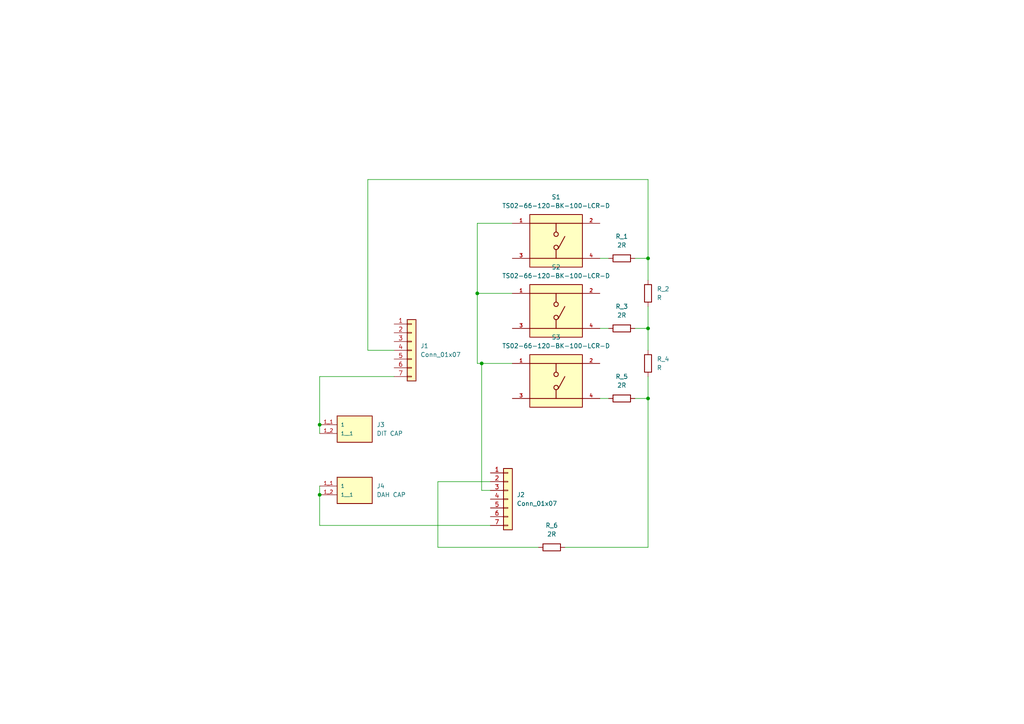
<source format=kicad_sch>
(kicad_sch
	(version 20250114)
	(generator "eeschema")
	(generator_version "9.0")
	(uuid "decf0bcb-eaed-4f1b-b0b0-c8366de8524d")
	(paper "A4")
	(lib_symbols
		(symbol "7837:7837"
			(pin_names
				(offset 1.016)
			)
			(exclude_from_sim no)
			(in_bom yes)
			(on_board yes)
			(property "Reference" "J"
				(at -5.08 3.302 0)
				(effects
					(font
						(size 1.27 1.27)
					)
					(justify left bottom)
				)
			)
			(property "Value" "7837"
				(at -5.08 -7.62 0)
				(effects
					(font
						(size 1.27 1.27)
					)
					(justify left bottom)
				)
			)
			(property "Footprint" "7837:KEYSTONE_7837"
				(at 0 0 0)
				(effects
					(font
						(size 1.27 1.27)
					)
					(justify bottom)
					(hide yes)
				)
			)
			(property "Datasheet" ""
				(at 0 0 0)
				(effects
					(font
						(size 1.27 1.27)
					)
					(hide yes)
				)
			)
			(property "Description" ""
				(at 0 0 0)
				(effects
					(font
						(size 1.27 1.27)
					)
					(hide yes)
				)
			)
			(property "PARTREV" "3.14.19"
				(at 0 0 0)
				(effects
					(font
						(size 1.27 1.27)
					)
					(justify bottom)
					(hide yes)
				)
			)
			(property "MANUFACTURER" "Keystone Electronics"
				(at 0 0 0)
				(effects
					(font
						(size 1.27 1.27)
					)
					(justify bottom)
					(hide yes)
				)
			)
			(property "MAXIMUM_PACKAGE_HEIGHT" "10.7 mm"
				(at 0 0 0)
				(effects
					(font
						(size 1.27 1.27)
					)
					(justify bottom)
					(hide yes)
				)
			)
			(property "STANDARD" "Manufacturer Recommendations"
				(at 0 0 0)
				(effects
					(font
						(size 1.27 1.27)
					)
					(justify bottom)
					(hide yes)
				)
			)
			(symbol "7837_0_0"
				(rectangle
					(start -5.08 -5.08)
					(end 5.08 2.54)
					(stroke
						(width 0.254)
						(type default)
					)
					(fill
						(type background)
					)
				)
				(pin passive line
					(at -10.16 0 0)
					(length 5.08)
					(name "1"
						(effects
							(font
								(size 1.016 1.016)
							)
						)
					)
					(number "1_1"
						(effects
							(font
								(size 1.016 1.016)
							)
						)
					)
				)
				(pin passive line
					(at -10.16 -2.54 0)
					(length 5.08)
					(name "1__1"
						(effects
							(font
								(size 1.016 1.016)
							)
						)
					)
					(number "1_2"
						(effects
							(font
								(size 1.016 1.016)
							)
						)
					)
				)
			)
			(embedded_fonts no)
		)
		(symbol "Connector_Generic:Conn_01x07"
			(pin_names
				(offset 1.016)
				(hide yes)
			)
			(exclude_from_sim no)
			(in_bom yes)
			(on_board yes)
			(property "Reference" "J"
				(at 0 10.16 0)
				(effects
					(font
						(size 1.27 1.27)
					)
				)
			)
			(property "Value" "Conn_01x07"
				(at 0 -10.16 0)
				(effects
					(font
						(size 1.27 1.27)
					)
				)
			)
			(property "Footprint" ""
				(at 0 0 0)
				(effects
					(font
						(size 1.27 1.27)
					)
					(hide yes)
				)
			)
			(property "Datasheet" "~"
				(at 0 0 0)
				(effects
					(font
						(size 1.27 1.27)
					)
					(hide yes)
				)
			)
			(property "Description" "Generic connector, single row, 01x07, script generated (kicad-library-utils/schlib/autogen/connector/)"
				(at 0 0 0)
				(effects
					(font
						(size 1.27 1.27)
					)
					(hide yes)
				)
			)
			(property "ki_keywords" "connector"
				(at 0 0 0)
				(effects
					(font
						(size 1.27 1.27)
					)
					(hide yes)
				)
			)
			(property "ki_fp_filters" "Connector*:*_1x??_*"
				(at 0 0 0)
				(effects
					(font
						(size 1.27 1.27)
					)
					(hide yes)
				)
			)
			(symbol "Conn_01x07_1_1"
				(rectangle
					(start -1.27 8.89)
					(end 1.27 -8.89)
					(stroke
						(width 0.254)
						(type default)
					)
					(fill
						(type background)
					)
				)
				(rectangle
					(start -1.27 7.747)
					(end 0 7.493)
					(stroke
						(width 0.1524)
						(type default)
					)
					(fill
						(type none)
					)
				)
				(rectangle
					(start -1.27 5.207)
					(end 0 4.953)
					(stroke
						(width 0.1524)
						(type default)
					)
					(fill
						(type none)
					)
				)
				(rectangle
					(start -1.27 2.667)
					(end 0 2.413)
					(stroke
						(width 0.1524)
						(type default)
					)
					(fill
						(type none)
					)
				)
				(rectangle
					(start -1.27 0.127)
					(end 0 -0.127)
					(stroke
						(width 0.1524)
						(type default)
					)
					(fill
						(type none)
					)
				)
				(rectangle
					(start -1.27 -2.413)
					(end 0 -2.667)
					(stroke
						(width 0.1524)
						(type default)
					)
					(fill
						(type none)
					)
				)
				(rectangle
					(start -1.27 -4.953)
					(end 0 -5.207)
					(stroke
						(width 0.1524)
						(type default)
					)
					(fill
						(type none)
					)
				)
				(rectangle
					(start -1.27 -7.493)
					(end 0 -7.747)
					(stroke
						(width 0.1524)
						(type default)
					)
					(fill
						(type none)
					)
				)
				(pin passive line
					(at -5.08 7.62 0)
					(length 3.81)
					(name "Pin_1"
						(effects
							(font
								(size 1.27 1.27)
							)
						)
					)
					(number "1"
						(effects
							(font
								(size 1.27 1.27)
							)
						)
					)
				)
				(pin passive line
					(at -5.08 5.08 0)
					(length 3.81)
					(name "Pin_2"
						(effects
							(font
								(size 1.27 1.27)
							)
						)
					)
					(number "2"
						(effects
							(font
								(size 1.27 1.27)
							)
						)
					)
				)
				(pin passive line
					(at -5.08 2.54 0)
					(length 3.81)
					(name "Pin_3"
						(effects
							(font
								(size 1.27 1.27)
							)
						)
					)
					(number "3"
						(effects
							(font
								(size 1.27 1.27)
							)
						)
					)
				)
				(pin passive line
					(at -5.08 0 0)
					(length 3.81)
					(name "Pin_4"
						(effects
							(font
								(size 1.27 1.27)
							)
						)
					)
					(number "4"
						(effects
							(font
								(size 1.27 1.27)
							)
						)
					)
				)
				(pin passive line
					(at -5.08 -2.54 0)
					(length 3.81)
					(name "Pin_5"
						(effects
							(font
								(size 1.27 1.27)
							)
						)
					)
					(number "5"
						(effects
							(font
								(size 1.27 1.27)
							)
						)
					)
				)
				(pin passive line
					(at -5.08 -5.08 0)
					(length 3.81)
					(name "Pin_6"
						(effects
							(font
								(size 1.27 1.27)
							)
						)
					)
					(number "6"
						(effects
							(font
								(size 1.27 1.27)
							)
						)
					)
				)
				(pin passive line
					(at -5.08 -7.62 0)
					(length 3.81)
					(name "Pin_7"
						(effects
							(font
								(size 1.27 1.27)
							)
						)
					)
					(number "7"
						(effects
							(font
								(size 1.27 1.27)
							)
						)
					)
				)
			)
			(embedded_fonts no)
		)
		(symbol "Device:R"
			(pin_numbers
				(hide yes)
			)
			(pin_names
				(offset 0)
			)
			(exclude_from_sim no)
			(in_bom yes)
			(on_board yes)
			(property "Reference" "R"
				(at 2.032 0 90)
				(effects
					(font
						(size 1.27 1.27)
					)
				)
			)
			(property "Value" "R"
				(at 0 0 90)
				(effects
					(font
						(size 1.27 1.27)
					)
				)
			)
			(property "Footprint" ""
				(at -1.778 0 90)
				(effects
					(font
						(size 1.27 1.27)
					)
					(hide yes)
				)
			)
			(property "Datasheet" "~"
				(at 0 0 0)
				(effects
					(font
						(size 1.27 1.27)
					)
					(hide yes)
				)
			)
			(property "Description" "Resistor"
				(at 0 0 0)
				(effects
					(font
						(size 1.27 1.27)
					)
					(hide yes)
				)
			)
			(property "ki_keywords" "R res resistor"
				(at 0 0 0)
				(effects
					(font
						(size 1.27 1.27)
					)
					(hide yes)
				)
			)
			(property "ki_fp_filters" "R_*"
				(at 0 0 0)
				(effects
					(font
						(size 1.27 1.27)
					)
					(hide yes)
				)
			)
			(symbol "R_0_1"
				(rectangle
					(start -1.016 -2.54)
					(end 1.016 2.54)
					(stroke
						(width 0.254)
						(type default)
					)
					(fill
						(type none)
					)
				)
			)
			(symbol "R_1_1"
				(pin passive line
					(at 0 3.81 270)
					(length 1.27)
					(name "~"
						(effects
							(font
								(size 1.27 1.27)
							)
						)
					)
					(number "1"
						(effects
							(font
								(size 1.27 1.27)
							)
						)
					)
				)
				(pin passive line
					(at 0 -3.81 90)
					(length 1.27)
					(name "~"
						(effects
							(font
								(size 1.27 1.27)
							)
						)
					)
					(number "2"
						(effects
							(font
								(size 1.27 1.27)
							)
						)
					)
				)
			)
			(embedded_fonts no)
		)
		(symbol "TS02-66-120-BK-100-LCR-D:TS02-66-120-BK-100-LCR-D"
			(pin_names
				(offset 1.016)
			)
			(exclude_from_sim no)
			(in_bom yes)
			(on_board yes)
			(property "Reference" "S"
				(at -7.62 8.382 0)
				(effects
					(font
						(size 1.27 1.27)
					)
					(justify left bottom)
				)
			)
			(property "Value" "TS02-66-120-BK-100-LCR-D"
				(at -7.62 -8.382 0)
				(effects
					(font
						(size 1.27 1.27)
					)
					(justify left top)
				)
			)
			(property "Footprint" "TS02-66-120-BK-100-LCR-D:SW_TS02-66-120-BK-100-LCR-D"
				(at 0 0 0)
				(effects
					(font
						(size 1.27 1.27)
					)
					(justify bottom)
					(hide yes)
				)
			)
			(property "Datasheet" ""
				(at 0 0 0)
				(effects
					(font
						(size 1.27 1.27)
					)
					(hide yes)
				)
			)
			(property "Description" ""
				(at 0 0 0)
				(effects
					(font
						(size 1.27 1.27)
					)
					(hide yes)
				)
			)
			(property "PARTREV" "1.0"
				(at 0 0 0)
				(effects
					(font
						(size 1.27 1.27)
					)
					(justify bottom)
					(hide yes)
				)
			)
			(property "MANUFACTURER" "CUI Devices"
				(at 0 0 0)
				(effects
					(font
						(size 1.27 1.27)
					)
					(justify bottom)
					(hide yes)
				)
			)
			(property "STANDARD" "Manufacturer Recommendations"
				(at 0 0 0)
				(effects
					(font
						(size 1.27 1.27)
					)
					(justify bottom)
					(hide yes)
				)
			)
			(symbol "TS02-66-120-BK-100-LCR-D_0_0"
				(rectangle
					(start -7.62 -7.62)
					(end 7.62 7.62)
					(stroke
						(width 0.254)
						(type default)
					)
					(fill
						(type background)
					)
				)
				(polyline
					(pts
						(xy 0 5.08) (xy 0 2.54)
					)
					(stroke
						(width 0.254)
						(type default)
					)
					(fill
						(type none)
					)
				)
				(circle
					(center 0 1.905)
					(radius 0.635)
					(stroke
						(width 0.254)
						(type default)
					)
					(fill
						(type none)
					)
				)
				(circle
					(center 0 -1.905)
					(radius 0.635)
					(stroke
						(width 0.254)
						(type default)
					)
					(fill
						(type none)
					)
				)
				(polyline
					(pts
						(xy 0 -2.54) (xy 0 -5.08)
					)
					(stroke
						(width 0.254)
						(type default)
					)
					(fill
						(type none)
					)
				)
				(polyline
					(pts
						(xy 0.635 -2.2225) (xy 2.54 1.27)
					)
					(stroke
						(width 0.254)
						(type default)
					)
					(fill
						(type none)
					)
				)
				(polyline
					(pts
						(xy 7.62 5.08) (xy -7.62 5.08)
					)
					(stroke
						(width 0.254)
						(type default)
					)
					(fill
						(type none)
					)
				)
				(polyline
					(pts
						(xy 7.62 -5.08) (xy -7.62 -5.08)
					)
					(stroke
						(width 0.254)
						(type default)
					)
					(fill
						(type none)
					)
				)
				(pin passive line
					(at -12.7 5.08 0)
					(length 5.08)
					(name "~"
						(effects
							(font
								(size 1.016 1.016)
							)
						)
					)
					(number "1"
						(effects
							(font
								(size 1.016 1.016)
							)
						)
					)
				)
				(pin passive line
					(at -12.7 -5.08 0)
					(length 5.08)
					(name "~"
						(effects
							(font
								(size 1.016 1.016)
							)
						)
					)
					(number "3"
						(effects
							(font
								(size 1.016 1.016)
							)
						)
					)
				)
				(pin passive line
					(at 12.7 5.08 180)
					(length 5.08)
					(name "~"
						(effects
							(font
								(size 1.016 1.016)
							)
						)
					)
					(number "2"
						(effects
							(font
								(size 1.016 1.016)
							)
						)
					)
				)
				(pin passive line
					(at 12.7 -5.08 180)
					(length 5.08)
					(name "~"
						(effects
							(font
								(size 1.016 1.016)
							)
						)
					)
					(number "4"
						(effects
							(font
								(size 1.016 1.016)
							)
						)
					)
				)
			)
			(embedded_fonts no)
		)
	)
	(junction
		(at 187.96 74.93)
		(diameter 0)
		(color 0 0 0 0)
		(uuid "1f8e858b-0b64-489b-b03a-3f9b0a11463a")
	)
	(junction
		(at 92.71 143.51)
		(diameter 0)
		(color 0 0 0 0)
		(uuid "64c6b71b-b415-4250-ac60-032cb9ef9153")
	)
	(junction
		(at 139.7 105.41)
		(diameter 0)
		(color 0 0 0 0)
		(uuid "9aae068f-7d6f-4b4d-8fd2-bba3b0422ee1")
	)
	(junction
		(at 92.71 123.19)
		(diameter 0)
		(color 0 0 0 0)
		(uuid "a7587815-503f-48a7-9e0e-6ebb2c6867e4")
	)
	(junction
		(at 138.43 85.09)
		(diameter 0)
		(color 0 0 0 0)
		(uuid "a8cc7173-4b9d-4f89-b160-1ec022cb73fa")
	)
	(junction
		(at 187.96 115.57)
		(diameter 0)
		(color 0 0 0 0)
		(uuid "cfd5ed28-eccc-4b36-9a0c-d9faf8423ecd")
	)
	(junction
		(at 187.96 95.25)
		(diameter 0)
		(color 0 0 0 0)
		(uuid "f072fea0-d3c4-423c-87a4-4b3c9ff68bbf")
	)
	(wire
		(pts
			(xy 184.15 95.25) (xy 187.96 95.25)
		)
		(stroke
			(width 0)
			(type default)
		)
		(uuid "0367aedb-4c53-4fe2-8493-3df57128f3d1")
	)
	(wire
		(pts
			(xy 184.15 115.57) (xy 187.96 115.57)
		)
		(stroke
			(width 0)
			(type default)
		)
		(uuid "0fb3213e-0874-495c-a930-ab9cded6c10b")
	)
	(wire
		(pts
			(xy 127 139.7) (xy 142.24 139.7)
		)
		(stroke
			(width 0)
			(type default)
		)
		(uuid "0ff2fe30-dce0-41cc-8ea3-daf71fc43341")
	)
	(wire
		(pts
			(xy 106.68 52.07) (xy 106.68 101.6)
		)
		(stroke
			(width 0)
			(type default)
		)
		(uuid "0ff9cdf6-bf9b-4dcd-ad56-78ba631c9b8c")
	)
	(wire
		(pts
			(xy 127 158.75) (xy 127 139.7)
		)
		(stroke
			(width 0)
			(type default)
		)
		(uuid "19dc3596-a58f-4ed4-93a4-0fcade672dc6")
	)
	(wire
		(pts
			(xy 138.43 105.41) (xy 139.7 105.41)
		)
		(stroke
			(width 0)
			(type default)
		)
		(uuid "1bcd0f6a-ef0e-48b1-b964-c7b7653fc6da")
	)
	(wire
		(pts
			(xy 184.15 74.93) (xy 187.96 74.93)
		)
		(stroke
			(width 0)
			(type default)
		)
		(uuid "1ff58505-d2bd-44b9-b9fd-624522738ad4")
	)
	(wire
		(pts
			(xy 92.71 143.51) (xy 92.71 152.4)
		)
		(stroke
			(width 0)
			(type default)
		)
		(uuid "23a8049c-bf77-4f79-893d-b2b934b3c906")
	)
	(wire
		(pts
			(xy 173.99 115.57) (xy 176.53 115.57)
		)
		(stroke
			(width 0)
			(type default)
		)
		(uuid "2d51fd15-9dd8-495d-a6de-31a90ed8c9e8")
	)
	(wire
		(pts
			(xy 187.96 52.07) (xy 187.96 74.93)
		)
		(stroke
			(width 0)
			(type default)
		)
		(uuid "3318861c-cf23-4e3f-9ac1-94e11cb92262")
	)
	(wire
		(pts
			(xy 92.71 123.19) (xy 92.71 109.22)
		)
		(stroke
			(width 0)
			(type default)
		)
		(uuid "4325e441-82c5-4a3c-9478-ab4fb3b84ab4")
	)
	(wire
		(pts
			(xy 106.68 101.6) (xy 114.3 101.6)
		)
		(stroke
			(width 0)
			(type default)
		)
		(uuid "4fa85770-3fa0-4712-959e-4036e36ea05c")
	)
	(wire
		(pts
			(xy 139.7 142.24) (xy 142.24 142.24)
		)
		(stroke
			(width 0)
			(type default)
		)
		(uuid "58ca3717-8b16-48a4-9bd3-bdd9d1cb70b6")
	)
	(wire
		(pts
			(xy 187.96 158.75) (xy 163.83 158.75)
		)
		(stroke
			(width 0)
			(type default)
		)
		(uuid "75c7a3df-4206-4460-8a19-3339ec52977b")
	)
	(wire
		(pts
			(xy 187.96 95.25) (xy 187.96 101.6)
		)
		(stroke
			(width 0)
			(type default)
		)
		(uuid "78bfddea-0ccd-4e20-ac21-a0fe2958d0b2")
	)
	(wire
		(pts
			(xy 187.96 88.9) (xy 187.96 95.25)
		)
		(stroke
			(width 0)
			(type default)
		)
		(uuid "89310227-485a-47e6-a104-f7e72bb65a8b")
	)
	(wire
		(pts
			(xy 106.68 52.07) (xy 187.96 52.07)
		)
		(stroke
			(width 0)
			(type default)
		)
		(uuid "8c6b6d47-db33-4504-9011-78d8d96812cd")
	)
	(wire
		(pts
			(xy 92.71 140.97) (xy 92.71 143.51)
		)
		(stroke
			(width 0)
			(type default)
		)
		(uuid "a1b89f0f-1831-450f-9143-918e5c354f21")
	)
	(wire
		(pts
			(xy 138.43 64.77) (xy 148.59 64.77)
		)
		(stroke
			(width 0)
			(type default)
		)
		(uuid "ae828e58-0075-4830-8936-36c9e8fa85da")
	)
	(wire
		(pts
			(xy 187.96 74.93) (xy 187.96 81.28)
		)
		(stroke
			(width 0)
			(type default)
		)
		(uuid "b959bbcc-5112-4802-a48c-f15e167a906a")
	)
	(wire
		(pts
			(xy 173.99 74.93) (xy 176.53 74.93)
		)
		(stroke
			(width 0)
			(type default)
		)
		(uuid "bf97b24b-3fab-4963-99d5-7cb85ee60742")
	)
	(wire
		(pts
			(xy 173.99 95.25) (xy 176.53 95.25)
		)
		(stroke
			(width 0)
			(type default)
		)
		(uuid "c31fff06-af17-43a9-8f47-92c8c7ca4dbe")
	)
	(wire
		(pts
			(xy 156.21 158.75) (xy 127 158.75)
		)
		(stroke
			(width 0)
			(type default)
		)
		(uuid "cd51c5da-8a34-4f7a-a1fc-26ca31e58860")
	)
	(wire
		(pts
			(xy 139.7 105.41) (xy 148.59 105.41)
		)
		(stroke
			(width 0)
			(type default)
		)
		(uuid "d6d35c11-7b7c-4424-8305-dbc44d09e409")
	)
	(wire
		(pts
			(xy 92.71 109.22) (xy 114.3 109.22)
		)
		(stroke
			(width 0)
			(type default)
		)
		(uuid "de7f5cdf-6f99-487d-bf35-7300b087af65")
	)
	(wire
		(pts
			(xy 139.7 105.41) (xy 139.7 142.24)
		)
		(stroke
			(width 0)
			(type default)
		)
		(uuid "e252940a-1f17-4360-b584-b24bf8de20d2")
	)
	(wire
		(pts
			(xy 138.43 64.77) (xy 138.43 85.09)
		)
		(stroke
			(width 0)
			(type default)
		)
		(uuid "e25bd015-9a4d-4414-b405-e66fef54163c")
	)
	(wire
		(pts
			(xy 92.71 152.4) (xy 142.24 152.4)
		)
		(stroke
			(width 0)
			(type default)
		)
		(uuid "e640031e-b000-43e0-aa54-be17042881de")
	)
	(wire
		(pts
			(xy 187.96 109.22) (xy 187.96 115.57)
		)
		(stroke
			(width 0)
			(type default)
		)
		(uuid "e99dc7a8-b8db-426d-a347-944080e1d019")
	)
	(wire
		(pts
			(xy 138.43 85.09) (xy 148.59 85.09)
		)
		(stroke
			(width 0)
			(type default)
		)
		(uuid "ee2434f3-c5a8-42b9-9e60-8b3e888ed882")
	)
	(wire
		(pts
			(xy 138.43 105.41) (xy 138.43 85.09)
		)
		(stroke
			(width 0)
			(type default)
		)
		(uuid "f0f9da55-d669-4382-8f7d-c3061a93ac77")
	)
	(wire
		(pts
			(xy 92.71 123.19) (xy 92.71 125.73)
		)
		(stroke
			(width 0)
			(type default)
		)
		(uuid "f5b21172-803c-4295-a00c-ce0485922dd9")
	)
	(wire
		(pts
			(xy 187.96 115.57) (xy 187.96 158.75)
		)
		(stroke
			(width 0)
			(type default)
		)
		(uuid "fee428f3-c0fc-4954-90aa-afdcc8354f38")
	)
	(symbol
		(lib_id "Device:R")
		(at 180.34 74.93 270)
		(unit 1)
		(exclude_from_sim no)
		(in_bom yes)
		(on_board yes)
		(dnp no)
		(fields_autoplaced yes)
		(uuid "0c503476-9231-44ff-9b2d-ed896c27a859")
		(property "Reference" "R_1"
			(at 180.34 68.58 90)
			(effects
				(font
					(size 1.27 1.27)
				)
			)
		)
		(property "Value" "2R"
			(at 180.34 71.12 90)
			(effects
				(font
					(size 1.27 1.27)
				)
			)
		)
		(property "Footprint" "Resistor_THT:R_Axial_DIN0207_L6.3mm_D2.5mm_P10.16mm_Horizontal"
			(at 180.34 73.152 90)
			(effects
				(font
					(size 1.27 1.27)
				)
				(hide yes)
			)
		)
		(property "Datasheet" "~"
			(at 180.34 74.93 0)
			(effects
				(font
					(size 1.27 1.27)
				)
				(hide yes)
			)
		)
		(property "Description" "Resistor"
			(at 180.34 74.93 0)
			(effects
				(font
					(size 1.27 1.27)
				)
				(hide yes)
			)
		)
		(pin "2"
			(uuid "62525aa6-ea6a-4c91-933e-7466c3c883f6")
		)
		(pin "1"
			(uuid "ec3524f8-4f92-44b9-93d2-219a08ee452a")
		)
		(instances
			(project ""
				(path "/decf0bcb-eaed-4f1b-b0b0-c8366de8524d"
					(reference "R_1")
					(unit 1)
				)
			)
		)
	)
	(symbol
		(lib_id "Connector_Generic:Conn_01x07")
		(at 147.32 144.78 0)
		(unit 1)
		(exclude_from_sim no)
		(in_bom yes)
		(on_board yes)
		(dnp no)
		(fields_autoplaced yes)
		(uuid "192c7fbd-8344-43b9-bc8b-1f02581187c4")
		(property "Reference" "J2"
			(at 149.86 143.5099 0)
			(effects
				(font
					(size 1.27 1.27)
				)
				(justify left)
			)
		)
		(property "Value" "Conn_01x07"
			(at 149.86 146.0499 0)
			(effects
				(font
					(size 1.27 1.27)
				)
				(justify left)
			)
		)
		(property "Footprint" "Connector_PinHeader_2.54mm:PinHeader_1x07_P2.54mm_Vertical"
			(at 147.32 144.78 0)
			(effects
				(font
					(size 1.27 1.27)
				)
				(hide yes)
			)
		)
		(property "Datasheet" "~"
			(at 147.32 144.78 0)
			(effects
				(font
					(size 1.27 1.27)
				)
				(hide yes)
			)
		)
		(property "Description" "Generic connector, single row, 01x07, script generated (kicad-library-utils/schlib/autogen/connector/)"
			(at 147.32 144.78 0)
			(effects
				(font
					(size 1.27 1.27)
				)
				(hide yes)
			)
		)
		(pin "4"
			(uuid "84d9c057-f888-4922-9f32-f27d39e30b47")
		)
		(pin "3"
			(uuid "13833cbb-b044-4901-9e8f-0ef478ee1a29")
		)
		(pin "1"
			(uuid "b7fe75d2-780f-41f9-b473-85fb17147fad")
		)
		(pin "7"
			(uuid "5e27cf7e-1a83-48b8-9ea3-322ee1b4849e")
		)
		(pin "2"
			(uuid "d82bbe96-8e27-4ca1-b196-5b190556e848")
		)
		(pin "5"
			(uuid "37dc3674-11a8-4e79-b7d4-f86f73394085")
		)
		(pin "6"
			(uuid "95e7bcd1-866c-405a-8193-712e58b85f6d")
		)
		(instances
			(project "button backpack"
				(path "/decf0bcb-eaed-4f1b-b0b0-c8366de8524d"
					(reference "J2")
					(unit 1)
				)
			)
		)
	)
	(symbol
		(lib_id "Device:R")
		(at 187.96 85.09 0)
		(unit 1)
		(exclude_from_sim no)
		(in_bom yes)
		(on_board yes)
		(dnp no)
		(fields_autoplaced yes)
		(uuid "413fea12-5ad7-4f7c-9828-bf58892e6cdd")
		(property "Reference" "R_2"
			(at 190.5 83.8199 0)
			(effects
				(font
					(size 1.27 1.27)
				)
				(justify left)
			)
		)
		(property "Value" "R"
			(at 190.5 86.3599 0)
			(effects
				(font
					(size 1.27 1.27)
				)
				(justify left)
			)
		)
		(property "Footprint" "Resistor_THT:R_Axial_DIN0207_L6.3mm_D2.5mm_P10.16mm_Horizontal"
			(at 186.182 85.09 90)
			(effects
				(font
					(size 1.27 1.27)
				)
				(hide yes)
			)
		)
		(property "Datasheet" "~"
			(at 187.96 85.09 0)
			(effects
				(font
					(size 1.27 1.27)
				)
				(hide yes)
			)
		)
		(property "Description" "Resistor"
			(at 187.96 85.09 0)
			(effects
				(font
					(size 1.27 1.27)
				)
				(hide yes)
			)
		)
		(pin "1"
			(uuid "d2ccd53a-2f40-4a64-8099-4167b9335f83")
		)
		(pin "2"
			(uuid "4ff5851b-e8ab-42fe-89a7-5c594fa2b5f0")
		)
		(instances
			(project ""
				(path "/decf0bcb-eaed-4f1b-b0b0-c8366de8524d"
					(reference "R_2")
					(unit 1)
				)
			)
		)
	)
	(symbol
		(lib_id "TS02-66-120-BK-100-LCR-D:TS02-66-120-BK-100-LCR-D")
		(at 161.29 90.17 0)
		(unit 1)
		(exclude_from_sim no)
		(in_bom yes)
		(on_board yes)
		(dnp no)
		(fields_autoplaced yes)
		(uuid "4df9705e-249f-42c1-a46a-74ece8e26f80")
		(property "Reference" "S2"
			(at 161.29 77.47 0)
			(effects
				(font
					(size 1.27 1.27)
				)
			)
		)
		(property "Value" "TS02-66-120-BK-100-LCR-D"
			(at 161.29 80.01 0)
			(effects
				(font
					(size 1.27 1.27)
				)
			)
		)
		(property "Footprint" "TS02-66-120-BK-100-LCR-D:SW_TS02-66-120-BK-100-LCR-D"
			(at 161.29 90.17 0)
			(effects
				(font
					(size 1.27 1.27)
				)
				(justify bottom)
				(hide yes)
			)
		)
		(property "Datasheet" ""
			(at 161.29 90.17 0)
			(effects
				(font
					(size 1.27 1.27)
				)
				(hide yes)
			)
		)
		(property "Description" ""
			(at 161.29 90.17 0)
			(effects
				(font
					(size 1.27 1.27)
				)
				(hide yes)
			)
		)
		(property "PARTREV" "1.0"
			(at 161.29 90.17 0)
			(effects
				(font
					(size 1.27 1.27)
				)
				(justify bottom)
				(hide yes)
			)
		)
		(property "MANUFACTURER" "CUI Devices"
			(at 161.29 90.17 0)
			(effects
				(font
					(size 1.27 1.27)
				)
				(justify bottom)
				(hide yes)
			)
		)
		(property "STANDARD" "Manufacturer Recommendations"
			(at 161.29 90.17 0)
			(effects
				(font
					(size 1.27 1.27)
				)
				(justify bottom)
				(hide yes)
			)
		)
		(pin "1"
			(uuid "c909d07e-174b-4354-a109-216c02331c16")
		)
		(pin "4"
			(uuid "8c54dde2-a2e0-43fb-8948-63a46642cc71")
		)
		(pin "3"
			(uuid "440f1644-245a-4087-84e8-30b114c66fbf")
		)
		(pin "2"
			(uuid "13884a58-5380-4a49-aecf-7bd99bc1dd11")
		)
		(instances
			(project "button backpack"
				(path "/decf0bcb-eaed-4f1b-b0b0-c8366de8524d"
					(reference "S2")
					(unit 1)
				)
			)
		)
	)
	(symbol
		(lib_id "Device:R")
		(at 160.02 158.75 270)
		(unit 1)
		(exclude_from_sim no)
		(in_bom yes)
		(on_board yes)
		(dnp no)
		(fields_autoplaced yes)
		(uuid "5bd53068-ecf1-49a1-82de-05b9711cf525")
		(property "Reference" "R_6"
			(at 160.02 152.4 90)
			(effects
				(font
					(size 1.27 1.27)
				)
			)
		)
		(property "Value" "2R"
			(at 160.02 154.94 90)
			(effects
				(font
					(size 1.27 1.27)
				)
			)
		)
		(property "Footprint" "Resistor_THT:R_Axial_DIN0207_L6.3mm_D2.5mm_P10.16mm_Horizontal"
			(at 160.02 156.972 90)
			(effects
				(font
					(size 1.27 1.27)
				)
				(hide yes)
			)
		)
		(property "Datasheet" "~"
			(at 160.02 158.75 0)
			(effects
				(font
					(size 1.27 1.27)
				)
				(hide yes)
			)
		)
		(property "Description" "Resistor"
			(at 160.02 158.75 0)
			(effects
				(font
					(size 1.27 1.27)
				)
				(hide yes)
			)
		)
		(pin "1"
			(uuid "dbbd1529-ac61-4942-9c87-dade253e4997")
		)
		(pin "2"
			(uuid "acd5be93-3fa8-41bb-9fdb-2d930ae44035")
		)
		(instances
			(project "button backpack"
				(path "/decf0bcb-eaed-4f1b-b0b0-c8366de8524d"
					(reference "R_6")
					(unit 1)
				)
			)
		)
	)
	(symbol
		(lib_id "TS02-66-120-BK-100-LCR-D:TS02-66-120-BK-100-LCR-D")
		(at 161.29 69.85 0)
		(unit 1)
		(exclude_from_sim no)
		(in_bom yes)
		(on_board yes)
		(dnp no)
		(fields_autoplaced yes)
		(uuid "7a9da6b0-fd54-4b5c-b5fd-206cc3a8a026")
		(property "Reference" "S1"
			(at 161.29 57.15 0)
			(effects
				(font
					(size 1.27 1.27)
				)
			)
		)
		(property "Value" "TS02-66-120-BK-100-LCR-D"
			(at 161.29 59.69 0)
			(effects
				(font
					(size 1.27 1.27)
				)
			)
		)
		(property "Footprint" "TS02-66-120-BK-100-LCR-D:SW_TS02-66-120-BK-100-LCR-D"
			(at 161.29 69.85 0)
			(effects
				(font
					(size 1.27 1.27)
				)
				(justify bottom)
				(hide yes)
			)
		)
		(property "Datasheet" ""
			(at 161.29 69.85 0)
			(effects
				(font
					(size 1.27 1.27)
				)
				(hide yes)
			)
		)
		(property "Description" ""
			(at 161.29 69.85 0)
			(effects
				(font
					(size 1.27 1.27)
				)
				(hide yes)
			)
		)
		(property "PARTREV" "1.0"
			(at 161.29 69.85 0)
			(effects
				(font
					(size 1.27 1.27)
				)
				(justify bottom)
				(hide yes)
			)
		)
		(property "MANUFACTURER" "CUI Devices"
			(at 161.29 69.85 0)
			(effects
				(font
					(size 1.27 1.27)
				)
				(justify bottom)
				(hide yes)
			)
		)
		(property "STANDARD" "Manufacturer Recommendations"
			(at 161.29 69.85 0)
			(effects
				(font
					(size 1.27 1.27)
				)
				(justify bottom)
				(hide yes)
			)
		)
		(pin "1"
			(uuid "a361c2c0-b9d9-45bb-831b-033ba7a2bf80")
		)
		(pin "4"
			(uuid "98c11974-9937-4003-9437-e68d5a09f2ef")
		)
		(pin "3"
			(uuid "afec9b80-9f0d-4c21-a7fa-901132cb70be")
		)
		(pin "2"
			(uuid "2e43dc3e-fe5b-43b5-9a10-68520d2013e8")
		)
		(instances
			(project ""
				(path "/decf0bcb-eaed-4f1b-b0b0-c8366de8524d"
					(reference "S1")
					(unit 1)
				)
			)
		)
	)
	(symbol
		(lib_id "7837:7837")
		(at 102.87 140.97 0)
		(unit 1)
		(exclude_from_sim no)
		(in_bom yes)
		(on_board yes)
		(dnp no)
		(fields_autoplaced yes)
		(uuid "7fe98159-04a6-4ef1-8563-c4df0aede752")
		(property "Reference" "J4"
			(at 109.22 140.9699 0)
			(effects
				(font
					(size 1.27 1.27)
				)
				(justify left)
			)
		)
		(property "Value" "DAH CAP"
			(at 109.22 143.5099 0)
			(effects
				(font
					(size 1.27 1.27)
				)
				(justify left)
			)
		)
		(property "Footprint" "7837:KEYSTONE_7837"
			(at 102.87 140.97 0)
			(effects
				(font
					(size 1.27 1.27)
				)
				(justify bottom)
				(hide yes)
			)
		)
		(property "Datasheet" ""
			(at 102.87 140.97 0)
			(effects
				(font
					(size 1.27 1.27)
				)
				(hide yes)
			)
		)
		(property "Description" ""
			(at 102.87 140.97 0)
			(effects
				(font
					(size 1.27 1.27)
				)
				(hide yes)
			)
		)
		(property "PARTREV" "3.14.19"
			(at 102.87 140.97 0)
			(effects
				(font
					(size 1.27 1.27)
				)
				(justify bottom)
				(hide yes)
			)
		)
		(property "MANUFACTURER" "Keystone Electronics"
			(at 102.87 140.97 0)
			(effects
				(font
					(size 1.27 1.27)
				)
				(justify bottom)
				(hide yes)
			)
		)
		(property "MAXIMUM_PACKAGE_HEIGHT" "10.7 mm"
			(at 102.87 140.97 0)
			(effects
				(font
					(size 1.27 1.27)
				)
				(justify bottom)
				(hide yes)
			)
		)
		(property "STANDARD" "Manufacturer Recommendations"
			(at 102.87 140.97 0)
			(effects
				(font
					(size 1.27 1.27)
				)
				(justify bottom)
				(hide yes)
			)
		)
		(pin "1_2"
			(uuid "c8d4acf6-cb01-4a1b-b2aa-fedfa67f419b")
		)
		(pin "1_1"
			(uuid "17c61f25-a017-4b96-9370-c6e6b000e008")
		)
		(instances
			(project "button backpack"
				(path "/decf0bcb-eaed-4f1b-b0b0-c8366de8524d"
					(reference "J4")
					(unit 1)
				)
			)
		)
	)
	(symbol
		(lib_id "Device:R")
		(at 187.96 105.41 0)
		(unit 1)
		(exclude_from_sim no)
		(in_bom yes)
		(on_board yes)
		(dnp no)
		(fields_autoplaced yes)
		(uuid "bb2775d1-1244-4a40-8b5f-1631405376a4")
		(property "Reference" "R_4"
			(at 190.5 104.1399 0)
			(effects
				(font
					(size 1.27 1.27)
				)
				(justify left)
			)
		)
		(property "Value" "R"
			(at 190.5 106.6799 0)
			(effects
				(font
					(size 1.27 1.27)
				)
				(justify left)
			)
		)
		(property "Footprint" "Resistor_THT:R_Axial_DIN0207_L6.3mm_D2.5mm_P10.16mm_Horizontal"
			(at 186.182 105.41 90)
			(effects
				(font
					(size 1.27 1.27)
				)
				(hide yes)
			)
		)
		(property "Datasheet" "~"
			(at 187.96 105.41 0)
			(effects
				(font
					(size 1.27 1.27)
				)
				(hide yes)
			)
		)
		(property "Description" "Resistor"
			(at 187.96 105.41 0)
			(effects
				(font
					(size 1.27 1.27)
				)
				(hide yes)
			)
		)
		(pin "1"
			(uuid "8ddea9d8-b711-4a2e-b993-d02d36f268d2")
		)
		(pin "2"
			(uuid "792579b4-b37f-4928-ba4b-85a50fc9ca67")
		)
		(instances
			(project "button backpack"
				(path "/decf0bcb-eaed-4f1b-b0b0-c8366de8524d"
					(reference "R_4")
					(unit 1)
				)
			)
		)
	)
	(symbol
		(lib_id "TS02-66-120-BK-100-LCR-D:TS02-66-120-BK-100-LCR-D")
		(at 161.29 110.49 0)
		(unit 1)
		(exclude_from_sim no)
		(in_bom yes)
		(on_board yes)
		(dnp no)
		(fields_autoplaced yes)
		(uuid "be5d6d5b-42b1-42e7-a657-f3aa544b0b19")
		(property "Reference" "S3"
			(at 161.29 97.79 0)
			(effects
				(font
					(size 1.27 1.27)
				)
			)
		)
		(property "Value" "TS02-66-120-BK-100-LCR-D"
			(at 161.29 100.33 0)
			(effects
				(font
					(size 1.27 1.27)
				)
			)
		)
		(property "Footprint" "TS02-66-120-BK-100-LCR-D:SW_TS02-66-120-BK-100-LCR-D"
			(at 161.29 110.49 0)
			(effects
				(font
					(size 1.27 1.27)
				)
				(justify bottom)
				(hide yes)
			)
		)
		(property "Datasheet" ""
			(at 161.29 110.49 0)
			(effects
				(font
					(size 1.27 1.27)
				)
				(hide yes)
			)
		)
		(property "Description" ""
			(at 161.29 110.49 0)
			(effects
				(font
					(size 1.27 1.27)
				)
				(hide yes)
			)
		)
		(property "PARTREV" "1.0"
			(at 161.29 110.49 0)
			(effects
				(font
					(size 1.27 1.27)
				)
				(justify bottom)
				(hide yes)
			)
		)
		(property "MANUFACTURER" "CUI Devices"
			(at 161.29 110.49 0)
			(effects
				(font
					(size 1.27 1.27)
				)
				(justify bottom)
				(hide yes)
			)
		)
		(property "STANDARD" "Manufacturer Recommendations"
			(at 161.29 110.49 0)
			(effects
				(font
					(size 1.27 1.27)
				)
				(justify bottom)
				(hide yes)
			)
		)
		(pin "1"
			(uuid "6750782e-5cac-4441-a323-e8c2edb79d9e")
		)
		(pin "4"
			(uuid "ccd7c9dc-2f07-4bb3-bd6b-2f28c3708b4a")
		)
		(pin "3"
			(uuid "ce0eeda0-e7e5-4d6a-957d-8cd2b228cbc0")
		)
		(pin "2"
			(uuid "e251b3c0-45f6-47f6-8a73-16176e6e2211")
		)
		(instances
			(project "button backpack"
				(path "/decf0bcb-eaed-4f1b-b0b0-c8366de8524d"
					(reference "S3")
					(unit 1)
				)
			)
		)
	)
	(symbol
		(lib_id "7837:7837")
		(at 102.87 123.19 0)
		(unit 1)
		(exclude_from_sim no)
		(in_bom yes)
		(on_board yes)
		(dnp no)
		(fields_autoplaced yes)
		(uuid "d1500714-c9aa-4437-8f00-db3c439f9fb2")
		(property "Reference" "J3"
			(at 109.22 123.1899 0)
			(effects
				(font
					(size 1.27 1.27)
				)
				(justify left)
			)
		)
		(property "Value" "DIT CAP"
			(at 109.22 125.7299 0)
			(effects
				(font
					(size 1.27 1.27)
				)
				(justify left)
			)
		)
		(property "Footprint" "7837:KEYSTONE_7837"
			(at 102.87 123.19 0)
			(effects
				(font
					(size 1.27 1.27)
				)
				(justify bottom)
				(hide yes)
			)
		)
		(property "Datasheet" ""
			(at 102.87 123.19 0)
			(effects
				(font
					(size 1.27 1.27)
				)
				(hide yes)
			)
		)
		(property "Description" ""
			(at 102.87 123.19 0)
			(effects
				(font
					(size 1.27 1.27)
				)
				(hide yes)
			)
		)
		(property "PARTREV" "3.14.19"
			(at 102.87 123.19 0)
			(effects
				(font
					(size 1.27 1.27)
				)
				(justify bottom)
				(hide yes)
			)
		)
		(property "MANUFACTURER" "Keystone Electronics"
			(at 102.87 123.19 0)
			(effects
				(font
					(size 1.27 1.27)
				)
				(justify bottom)
				(hide yes)
			)
		)
		(property "MAXIMUM_PACKAGE_HEIGHT" "10.7 mm"
			(at 102.87 123.19 0)
			(effects
				(font
					(size 1.27 1.27)
				)
				(justify bottom)
				(hide yes)
			)
		)
		(property "STANDARD" "Manufacturer Recommendations"
			(at 102.87 123.19 0)
			(effects
				(font
					(size 1.27 1.27)
				)
				(justify bottom)
				(hide yes)
			)
		)
		(pin "1_2"
			(uuid "c88f4cce-548f-407d-a0ad-a94bb1f9209c")
		)
		(pin "1_1"
			(uuid "73bfd661-4450-4c88-973c-82225f243a92")
		)
		(instances
			(project ""
				(path "/decf0bcb-eaed-4f1b-b0b0-c8366de8524d"
					(reference "J3")
					(unit 1)
				)
			)
		)
	)
	(symbol
		(lib_id "Device:R")
		(at 180.34 95.25 270)
		(unit 1)
		(exclude_from_sim no)
		(in_bom yes)
		(on_board yes)
		(dnp no)
		(fields_autoplaced yes)
		(uuid "ec029915-d9f8-4ae7-a7de-69313fb0b308")
		(property "Reference" "R_3"
			(at 180.34 88.9 90)
			(effects
				(font
					(size 1.27 1.27)
				)
			)
		)
		(property "Value" "2R"
			(at 180.34 91.44 90)
			(effects
				(font
					(size 1.27 1.27)
				)
			)
		)
		(property "Footprint" "Resistor_THT:R_Axial_DIN0207_L6.3mm_D2.5mm_P10.16mm_Horizontal"
			(at 180.34 93.472 90)
			(effects
				(font
					(size 1.27 1.27)
				)
				(hide yes)
			)
		)
		(property "Datasheet" "~"
			(at 180.34 95.25 0)
			(effects
				(font
					(size 1.27 1.27)
				)
				(hide yes)
			)
		)
		(property "Description" "Resistor"
			(at 180.34 95.25 0)
			(effects
				(font
					(size 1.27 1.27)
				)
				(hide yes)
			)
		)
		(pin "1"
			(uuid "21aba417-c847-4421-a6a5-b7e109309c1a")
		)
		(pin "2"
			(uuid "a324cc19-4314-42b5-8453-9c3d8af27292")
		)
		(instances
			(project "button backpack"
				(path "/decf0bcb-eaed-4f1b-b0b0-c8366de8524d"
					(reference "R_3")
					(unit 1)
				)
			)
		)
	)
	(symbol
		(lib_id "Connector_Generic:Conn_01x07")
		(at 119.38 101.6 0)
		(unit 1)
		(exclude_from_sim no)
		(in_bom yes)
		(on_board yes)
		(dnp no)
		(fields_autoplaced yes)
		(uuid "f421a3cb-15d6-49e9-bb1e-8520f4e134f9")
		(property "Reference" "J1"
			(at 121.92 100.3299 0)
			(effects
				(font
					(size 1.27 1.27)
				)
				(justify left)
			)
		)
		(property "Value" "Conn_01x07"
			(at 121.92 102.8699 0)
			(effects
				(font
					(size 1.27 1.27)
				)
				(justify left)
			)
		)
		(property "Footprint" "Connector_PinHeader_2.54mm:PinHeader_1x07_P2.54mm_Vertical"
			(at 119.38 101.6 0)
			(effects
				(font
					(size 1.27 1.27)
				)
				(hide yes)
			)
		)
		(property "Datasheet" "~"
			(at 119.38 101.6 0)
			(effects
				(font
					(size 1.27 1.27)
				)
				(hide yes)
			)
		)
		(property "Description" "Generic connector, single row, 01x07, script generated (kicad-library-utils/schlib/autogen/connector/)"
			(at 119.38 101.6 0)
			(effects
				(font
					(size 1.27 1.27)
				)
				(hide yes)
			)
		)
		(pin "4"
			(uuid "2a2e3ac5-db0a-4cdd-9b43-a202d28e4d80")
		)
		(pin "3"
			(uuid "6f28fb0f-b71d-4b4b-92c3-c9ec18207b17")
		)
		(pin "1"
			(uuid "3a5e3792-a522-4564-bc6d-4fed32d43c48")
		)
		(pin "7"
			(uuid "0fc19794-e8d3-4322-bc4c-878f9573e726")
		)
		(pin "2"
			(uuid "5c62400e-1b2b-4d41-844b-53b4374b81b3")
		)
		(pin "5"
			(uuid "b4d7da4d-49a2-4a8a-a851-14dd6ea3de7f")
		)
		(pin "6"
			(uuid "a63dafa5-1070-49d0-845e-bc29c6267cc4")
		)
		(instances
			(project ""
				(path "/decf0bcb-eaed-4f1b-b0b0-c8366de8524d"
					(reference "J1")
					(unit 1)
				)
			)
		)
	)
	(symbol
		(lib_id "Device:R")
		(at 180.34 115.57 270)
		(unit 1)
		(exclude_from_sim no)
		(in_bom yes)
		(on_board yes)
		(dnp no)
		(fields_autoplaced yes)
		(uuid "fcfc5a68-f506-42a2-aebe-c0283aa44a4c")
		(property "Reference" "R_5"
			(at 180.34 109.22 90)
			(effects
				(font
					(size 1.27 1.27)
				)
			)
		)
		(property "Value" "2R"
			(at 180.34 111.76 90)
			(effects
				(font
					(size 1.27 1.27)
				)
			)
		)
		(property "Footprint" "Resistor_THT:R_Axial_DIN0207_L6.3mm_D2.5mm_P10.16mm_Horizontal"
			(at 180.34 113.792 90)
			(effects
				(font
					(size 1.27 1.27)
				)
				(hide yes)
			)
		)
		(property "Datasheet" "~"
			(at 180.34 115.57 0)
			(effects
				(font
					(size 1.27 1.27)
				)
				(hide yes)
			)
		)
		(property "Description" "Resistor"
			(at 180.34 115.57 0)
			(effects
				(font
					(size 1.27 1.27)
				)
				(hide yes)
			)
		)
		(pin "1"
			(uuid "d163caa9-ed4d-49d1-8bc5-99d24d185b0b")
		)
		(pin "2"
			(uuid "3dd7b5df-1409-4e9d-a3b0-9d8dee6acffd")
		)
		(instances
			(project "button backpack"
				(path "/decf0bcb-eaed-4f1b-b0b0-c8366de8524d"
					(reference "R_5")
					(unit 1)
				)
			)
		)
	)
	(sheet_instances
		(path "/"
			(page "1")
		)
	)
	(embedded_fonts no)
)

</source>
